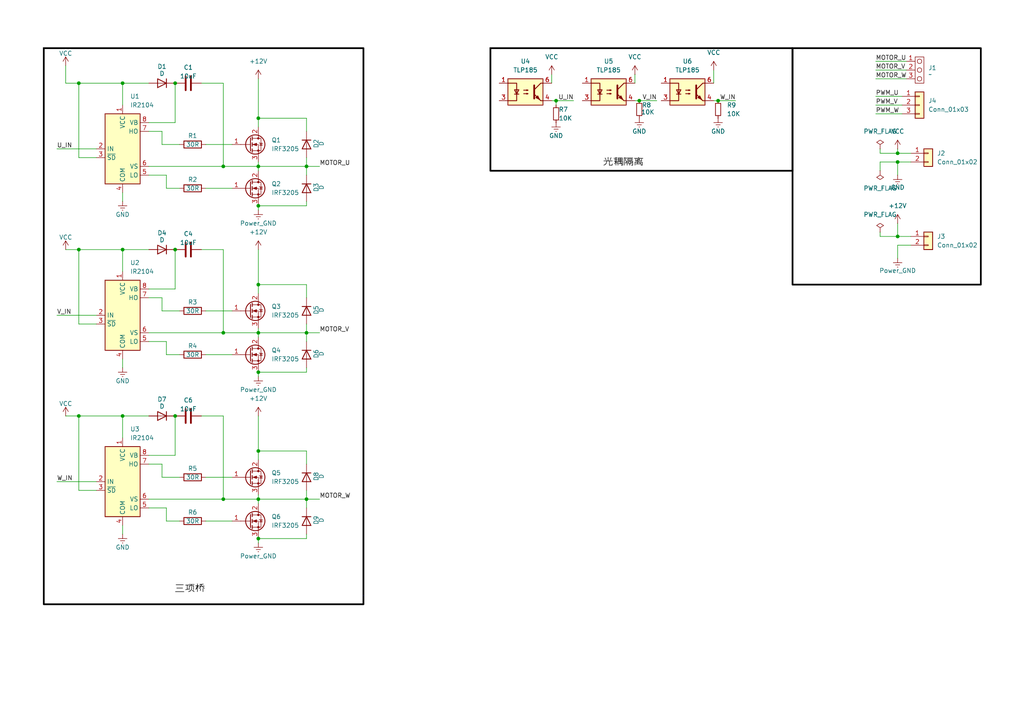
<source format=kicad_sch>
(kicad_sch (version 20231120) (generator "eeschema") (generator_version "8.0")
  (paper "A4")
  (title_block (title "三相桥") (date "2024-05-24"))
  (lib_symbols
    (symbol "Connector_Generic:Conn_01x02" (pin_names (offset 1.016) hide)
      (property "Reference" "J" (at 0 2.54 0))
      (property "Value" "Conn_01x02" (at 0 -5.08 0))
      (symbol "Conn_01x02_1_1"
        (rectangle (start -1.27 -2.413) (end 0 -2.667) (stroke (width 0.1524)))
        (rectangle (start -1.27 0.127) (end 0 -0.127) (stroke (width 0.1524)))
        (rectangle (start -1.27 1.27) (end 1.27 -3.81) (stroke (width 0.254)) (fill (type background)))
        (pin passive line (at -5.08 0 0) (length 3.81) (name "Pin_1") (number "1"))
        (pin passive line (at -5.08 -2.54 0) (length 3.81) (name "Pin_2") (number "2"))
      )
    )
    (symbol "Connector_Generic:Conn_01x03" (pin_names (offset 1.016) hide)
      (property "Reference" "J" (at 0 5.08 0))
      (property "Value" "Conn_01x03" (at 0 -5.08 0))
      (symbol "Conn_01x03_1_1"
        (rectangle (start -1.27 -2.413) (end 0 -2.667) (stroke (width 0.1524)))
        (rectangle (start -1.27 0.127) (end 0 -0.127) (stroke (width 0.1524)))
        (rectangle (start -1.27 2.667) (end 0 2.413) (stroke (width 0.1524)))
        (rectangle (start -1.27 3.81) (end 1.27 -3.81) (stroke (width 0.254)) (fill (type background)))
        (pin passive line (at -5.08 2.54 0) (length 3.81) (name "Pin_1") (number "1"))
        (pin passive line (at -5.08 0 0) (length 3.81) (name "Pin_2") (number "2"))
        (pin passive line (at -5.08 -2.54 0) (length 3.81) (name "Pin_3") (number "3"))
      )
    )
    (symbol "Device:C" (pin_numbers hide) (pin_names (offset 0.254))
      (property "Reference" "C" (at 0.635 2.54 0))
      (property "Value" "C" (at 0.635 -2.54 0))
      (symbol "C_0_1"
        (polyline (pts (xy -2.032 -0.762) (xy 2.032 -0.762)) (stroke (width 0.508)))
        (polyline (pts (xy -2.032 0.762) (xy 2.032 0.762)) (stroke (width 0.508)))
      )
      (symbol "C_1_1"
        (pin passive line (at 0 3.81 270) (length 2.794) (name "~") (number "1"))
        (pin passive line (at 0 -3.81 90) (length 2.794) (name "~") (number "2"))
      )
    )
    (symbol "Device:D" (pin_numbers hide) (pin_names (offset 1.016) hide)
      (property "Reference" "D" (at 0 2.54 0))
      (property "Value" "D" (at 0 -2.54 0))
      (symbol "D_0_1"
        (polyline (pts (xy -1.27 1.27) (xy -1.27 -1.27)) (stroke (width 0.254)))
        (polyline (pts (xy 1.27 0) (xy -1.27 0)))
        (polyline (pts (xy 1.27 1.27) (xy 1.27 -1.27) (xy -1.27 0) (xy 1.27 1.27)) (stroke (width 0.254)))
      )
      (symbol "D_1_1"
        (pin passive line (at -3.81 0 0) (length 2.54) (name "K") (number "1"))
        (pin passive line (at 3.81 0 180) (length 2.54) (name "A") (number "2"))
      )
    )
    (symbol "Device:R" (pin_numbers hide) (pin_names (offset 0))
      (property "Reference" "R" (at 2.032 0 90))
      (property "Value" "R" (at 0 0 90))
      (symbol "R_0_1"
        (rectangle (start -1.016 -2.54) (end 1.016 2.54) (stroke (width 0.254)))
      )
      (symbol "R_1_1"
        (pin passive line (at 0 3.81 270) (length 1.27) (name "~") (number "1"))
        (pin passive line (at 0 -3.81 90) (length 1.27) (name "~") (number "2"))
      )
    )
    (symbol "Device:R_Small" (pin_numbers hide) (pin_names (offset 0.254) hide)
      (property "Reference" "R" (at 0.762 0.508 0))
      (property "Value" "R_Small" (at 0.762 -1.016 0))
      (symbol "R_Small_0_1"
        (rectangle (start -0.762 1.778) (end 0.762 -1.778) (stroke (width 0.2032)))
      )
      (symbol "R_Small_1_1"
        (pin passive line (at 0 2.54 270) (length 0.762) (name "~") (number "1"))
        (pin passive line (at 0 -2.54 90) (length 0.762) (name "~") (number "2"))
      )
    )
    (symbol "Driver_FET:IR2104"
      (property "Reference" "U" (at 1.27 13.335 0))
      (property "Value" "IR2104" (at 1.27 11.43 0))
      (symbol "IR2104_0_1"
        (rectangle (start -5.08 -10.16) (end 5.08 10.16) (stroke (width 0.254)) (fill (type background)))
      )
      (symbol "IR2104_1_1"
        (pin power_in line (at 0 12.7 270) (length 2.54) (name "VCC") (number "1"))
        (pin input line (at -7.62 0 0) (length 2.54) (name "IN") (number "2"))
        (pin input line (at -7.62 -2.54 0) (length 2.54) (name "~{SD}") (number "3"))
        (pin power_in line (at 0 -12.7 90) (length 2.54) (name "COM") (number "4"))
        (pin output line (at 7.62 -7.62 180) (length 2.54) (name "LO") (number "5"))
        (pin passive line (at 7.62 -5.08 180) (length 2.54) (name "VS") (number "6"))
        (pin output line (at 7.62 5.08 180) (length 2.54) (name "HO") (number "7"))
        (pin passive line (at 7.62 7.62 180) (length 2.54) (name "VB") (number "8"))
      )
    )
    (symbol "Isolator:TLP185"
      (property "Reference" "U" (at -5.08 5.08 0))
      (property "Value" "TLP185" (at -5.08 -5.08 0))
      (symbol "TLP185_0_1"
        (rectangle (start -5.08 3.81) (end 5.08 -3.81) (stroke (width 0.254)) (fill (type background)))
        (polyline (pts (xy -3.175 -0.635) (xy -1.905 -0.635)) (stroke (width 0.254)))
        (polyline (pts (xy 2.54 1.905) (xy 2.54 -1.905) (xy 2.54 -1.905)) (stroke (width 0.508)))
        (polyline (pts (xy 5.08 -2.54) (xy 4.445 -2.54) (xy 2.54 -0.635)) (stroke (width 0.254)))
        (polyline (pts (xy 5.08 2.54) (xy 4.445 2.54) (xy 2.54 0.635)) (stroke (width 0.254)))
        (polyline (pts (xy -5.08 -2.54) (xy -2.54 -2.54) (xy -2.54 2.54) (xy -5.08 2.54)) (stroke (width 0.254)))
        (polyline (pts (xy -2.54 -0.635) (xy -3.175 0.635) (xy -1.905 0.635) (xy -2.54 -0.635)) (stroke (width 0.254)))
        (polyline (pts (xy -0.508 -0.508) (xy 0.762 -0.508) (xy 0.381 -0.635) (xy 0.381 -0.381) (xy 0.762 -0.508)) (stroke (width 0.254)))
        (polyline (pts (xy -0.508 0.508) (xy 0.762 0.508) (xy 0.381 0.381) (xy 0.381 0.635) (xy 0.762 0.508)) (stroke (width 0.254)))
        (polyline (pts (xy 3.048 -1.651) (xy 3.556 -1.143) (xy 4.064 -2.159) (xy 3.048 -1.651) (xy 3.048 -1.651)) (stroke (width 0.254)) (fill (type outline)))
      )
      (symbol "TLP185_1_1"
        (pin passive line (at -7.62 2.54 0) (length 2.54) (name "~") (number "1"))
        (pin passive line (at -7.62 -2.54 0) (length 2.54) (name "~") (number "3"))
        (pin passive line (at 7.62 -2.54 180) (length 2.54) (name "~") (number "4"))
        (pin passive line (at 7.62 2.54 180) (length 2.54) (name "~") (number "6"))
      )
    )
    (symbol "Transistor_FET:IRF3205" (pin_names hide)
      (property "Reference" "Q" (at 5.08 1.905 0))
      (property "Value" "IRF3205" (at 5.08 0 0))
      (symbol "IRF3205_0_1"
        (polyline (pts (xy 0.254 0) (xy -2.54 0)))
        (polyline (pts (xy 0.254 1.905) (xy 0.254 -1.905)) (stroke (width 0.254)))
        (polyline (pts (xy 0.762 -1.27) (xy 0.762 -2.286)) (stroke (width 0.254)))
        (polyline (pts (xy 0.762 0.508) (xy 0.762 -0.508)) (stroke (width 0.254)))
        (polyline (pts (xy 0.762 2.286) (xy 0.762 1.27)) (stroke (width 0.254)))
        (polyline (pts (xy 2.54 2.54) (xy 2.54 1.778)))
        (polyline (pts (xy 2.54 -2.54) (xy 2.54 0) (xy 0.762 0)))
        (polyline (pts (xy 0.762 -1.778) (xy 3.302 -1.778) (xy 3.302 1.778) (xy 0.762 1.778)))
        (polyline (pts (xy 1.016 0) (xy 2.032 0.381) (xy 2.032 -0.381) (xy 1.016 0)) (fill (type outline)))
        (polyline (pts (xy 2.794 0.508) (xy 2.921 0.381) (xy 3.683 0.381) (xy 3.81 0.254)))
        (polyline (pts (xy 3.302 0.381) (xy 2.921 -0.254) (xy 3.683 -0.254) (xy 3.302 0.381)))
        (circle (center 1.651 0) (radius 2.794) (stroke (width 0.254)))
        (circle (center 2.54 -1.778) (radius 0.254) (fill (type outline)))
        (circle (center 2.54 1.778) (radius 0.254) (fill (type outline)))
      )
      (symbol "IRF3205_1_1"
        (pin input line (at -5.08 0 0) (length 2.54) (name "G") (number "1"))
        (pin passive line (at 2.54 5.08 270) (length 2.54) (name "D") (number "2"))
        (pin passive line (at 2.54 -5.08 90) (length 2.54) (name "S") (number "3"))
      )
    )
    (symbol "myconnect_Library:conn_3.5mm_3pin"
      (property "Reference" "J" (at 1.27 4.826 0))
      (symbol "conn_3.5mm_3pin_0_1"
        (rectangle (start 0 3.81) (end 2.54 -3.81))
        (circle (center 1.27 -2.54) (radius 0.6476))
        (circle (center 1.27 0) (radius 0.6476))
        (circle (center 1.27 2.54) (radius 0.6476))
      )
      (symbol "conn_3.5mm_3pin_1_1"
        (pin passive line (at -2.54 2.54 0) (length 2.54) (name "~") (number "1"))
        (pin passive line (at -2.54 0 0) (length 2.54) (name "~") (number "2"))
        (pin passive line (at -2.54 -2.54 0) (length 2.54) (name "~") (number "3"))
      )
    )
    (symbol "power:+12V" (power) (pin_numbers hide) (pin_names (offset 0) hide)
      (property "Value" "+12V" (at 0 3.556 0))
      (symbol "+12V_0_1"
        (polyline (pts (xy -0.762 1.27) (xy 0 2.54)))
        (polyline (pts (xy 0 0) (xy 0 2.54)))
        (polyline (pts (xy 0 2.54) (xy 0.762 1.27)))
      )
      (symbol "+12V_1_1"
        (pin power_in line (at 0 0 90) (length 0) (name "~") (number "1"))
      )
    )
    (symbol "power:Earth" (power) (pin_numbers hide) (pin_names (offset 0) hide)
      (property "Value" "Earth" (at 0 -3.81 0))
      (symbol "Earth_0_1"
        (polyline (pts (xy -0.635 -1.905) (xy 0.635 -1.905)))
        (polyline (pts (xy -0.127 -2.54) (xy 0.127 -2.54)))
        (polyline (pts (xy 0 -1.27) (xy 0 0)))
        (polyline (pts (xy 1.27 -1.27) (xy -1.27 -1.27)))
      )
      (symbol "Earth_1_1"
        (pin power_in line (at 0 0 270) (length 0) (name "~") (number "1"))
      )
    )
    (symbol "power:PWR_FLAG" (power) (pin_numbers hide) (pin_names (offset 0) hide)
      (property "Value" "PWR_FLAG" (at 0 3.81 0))
      (symbol "PWR_FLAG_0_0"
        (pin power_out line (at 0 0 90) (length 0) (name "~") (number "1"))
      )
      (symbol "PWR_FLAG_0_1"
        (polyline (pts (xy 0 0) (xy 0 1.27) (xy -1.016 1.905) (xy 0 2.54) (xy 1.016 1.905) (xy 0 1.27)))
      )
    )
    (symbol "power:VCC" (power) (pin_numbers hide) (pin_names (offset 0) hide)
      (property "Value" "VCC" (at 0 3.556 0))
      (symbol "VCC_0_1"
        (polyline (pts (xy -0.762 1.27) (xy 0 2.54)))
        (polyline (pts (xy 0 0) (xy 0 2.54)))
        (polyline (pts (xy 0 2.54) (xy 0.762 1.27)))
      )
      (symbol "VCC_1_1"
        (pin power_in line (at 0 0 90) (length 0) (name "~") (number "1"))
      )
    )
  )
  (junction (at 22.86 120.65))
  (junction (at 22.86 72.39))
  (junction (at 74.93 130.81))
  (junction (at 50.8 72.39))
  (junction (at 74.93 96.52))
  (junction (at 50.8 24.13))
  (junction (at 35.56 24.13))
  (junction (at 260.35 46.99))
  (junction (at 74.93 107.95))
  (junction (at 64.77 48.26))
  (junction (at 88.9 96.52))
  (junction (at 208.28 29.21))
  (junction (at 74.93 156.21))
  (junction (at 74.93 59.69))
  (junction (at 260.35 68.58))
  (junction (at 74.93 82.55))
  (junction (at 35.56 120.65))
  (junction (at 22.86 24.13))
  (junction (at 64.77 96.52))
  (junction (at 185.42 29.21))
  (junction (at 88.9 48.26))
  (junction (at 88.9 144.78))
  (junction (at 74.93 48.26))
  (junction (at 161.29 29.21))
  (junction (at 260.35 44.45))
  (junction (at 35.56 72.39))
  (junction (at 50.8 120.65))
  (junction (at 74.93 34.29))
  (junction (at 64.77 144.78))
  (junction (at 74.93 144.78))
  (wire (pts (xy 88.9 134.62) (xy 88.9 130.81)))
  (wire (pts (xy 48.26 50.8) (xy 43.18 50.8)))
  (wire (pts (xy 59.69 151.13) (xy 67.31 151.13)))
  (wire (pts (xy 74.93 48.26) (xy 74.93 49.53)))
  (wire (pts (xy 254 17.78) (xy 262.89 17.78)))
  (wire (pts (xy 43.18 96.52) (xy 64.77 96.52)))
  (wire (pts (xy 50.8 132.08) (xy 50.8 120.65)))
  (wire (pts (xy 88.9 96.52) (xy 88.9 93.98)))
  (wire (pts (xy 46.99 38.1) (xy 46.99 41.91)))
  (wire (pts (xy 43.18 144.78) (xy 64.77 144.78)))
  (wire (pts (xy 254 30.48) (xy 261.62 30.48)))
  (wire (pts (xy 88.9 48.26) (xy 88.9 45.72)))
  (wire (pts (xy 88.9 144.78) (xy 88.9 142.24)))
  (wire (pts (xy 48.26 54.61) (xy 48.26 50.8)))
  (wire (pts (xy 48.26 147.32) (xy 43.18 147.32)))
  (wire (pts (xy 88.9 144.78) (xy 88.9 147.32)))
  (wire (pts (xy 74.93 22.86) (xy 74.93 34.29)))
  (wire (pts (xy 74.93 96.52) (xy 74.93 97.79)))
  (wire (pts (xy 43.18 48.26) (xy 64.77 48.26)))
  (wire (pts (xy 88.9 86.36) (xy 88.9 82.55)))
  (wire (pts (xy 74.93 72.39) (xy 74.93 82.55)))
  (wire (pts (xy 74.93 157.48) (xy 74.93 156.21)))
  (wire (pts (xy 27.94 142.24) (xy 22.86 142.24)))
  (wire (pts (xy 22.86 24.13) (xy 35.56 24.13)))
  (wire (pts (xy 260.35 71.12) (xy 264.16 71.12)))
  (wire (pts (xy 74.93 120.65) (xy 74.93 130.81)))
  (wire (pts (xy 74.93 60.96) (xy 74.93 59.69)))
  (wire (pts (xy 74.93 82.55) (xy 74.93 85.09)))
  (wire (pts (xy 161.29 29.21) (xy 166.37 29.21)))
  (wire (pts (xy 35.56 72.39) (xy 43.18 72.39)))
  (wire (pts (xy 88.9 96.52) (xy 92.71 96.52)))
  (wire (pts (xy 74.93 107.95) (xy 88.9 107.95)))
  (wire (pts (xy 254 33.02) (xy 261.62 33.02)))
  (wire (pts (xy 35.56 78.74) (xy 35.56 72.39)))
  (wire (pts (xy 88.9 38.1) (xy 88.9 34.29)))
  (wire (pts (xy 46.99 138.43) (xy 52.07 138.43)))
  (wire (pts (xy 59.69 90.17) (xy 67.31 90.17)))
  (wire (pts (xy 58.42 24.13) (xy 64.77 24.13)))
  (wire (pts (xy 208.28 29.21) (xy 213.36 29.21)))
  (wire (pts (xy 260.35 44.45) (xy 260.35 43.18)))
  (wire (pts (xy 254 27.94) (xy 261.62 27.94)))
  (wire (pts (xy 160.02 29.21) (xy 161.29 29.21)))
  (wire (pts (xy 22.86 93.98) (xy 22.86 72.39)))
  (wire (pts (xy 59.69 102.87) (xy 67.31 102.87)))
  (wire (pts (xy 74.93 109.22) (xy 74.93 107.95)))
  (wire (pts (xy 50.8 35.56) (xy 50.8 24.13)))
  (wire (pts (xy 64.77 120.65) (xy 64.77 144.78)))
  (wire (pts (xy 260.35 71.12) (xy 260.35 74.93)))
  (wire (pts (xy 22.86 45.72) (xy 22.86 24.13)))
  (wire (pts (xy 88.9 34.29) (xy 74.93 34.29)))
  (wire (pts (xy 22.86 142.24) (xy 22.86 120.65)))
  (wire (pts (xy 59.69 138.43) (xy 67.31 138.43)))
  (wire (pts (xy 19.05 72.39) (xy 22.86 72.39)))
  (wire (pts (xy 184.15 29.21) (xy 185.42 29.21)))
  (wire (pts (xy 48.26 99.06) (xy 43.18 99.06)))
  (wire (pts (xy 88.9 96.52) (xy 88.9 99.06)))
  (wire (pts (xy 58.42 72.39) (xy 64.77 72.39)))
  (wire (pts (xy 35.56 127) (xy 35.56 120.65)))
  (wire (pts (xy 74.93 156.21) (xy 88.9 156.21)))
  (wire (pts (xy 74.93 144.78) (xy 88.9 144.78)))
  (wire (pts (xy 43.18 134.62) (xy 46.99 134.62)))
  (wire (pts (xy 207.01 29.21) (xy 208.28 29.21)))
  (wire (pts (xy 184.15 21.59) (xy 184.15 24.13)))
  (wire (pts (xy 46.99 41.91) (xy 52.07 41.91)))
  (wire (pts (xy 88.9 144.78) (xy 92.71 144.78)))
  (wire (pts (xy 16.51 43.18) (xy 27.94 43.18)))
  (wire (pts (xy 59.69 54.61) (xy 67.31 54.61)))
  (wire (pts (xy 255.27 46.99) (xy 260.35 46.99)))
  (wire (pts (xy 207.01 20.32) (xy 207.01 24.13)))
  (wire (pts (xy 88.9 82.55) (xy 74.93 82.55)))
  (wire (pts (xy 255.27 43.18) (xy 255.27 44.45)))
  (wire (pts (xy 43.18 83.82) (xy 50.8 83.82)))
  (wire (pts (xy 27.94 93.98) (xy 22.86 93.98)))
  (wire (pts (xy 46.99 134.62) (xy 46.99 138.43)))
  (wire (pts (xy 48.26 102.87) (xy 48.26 99.06)))
  (wire (pts (xy 255.27 68.58) (xy 260.35 68.58)))
  (wire (pts (xy 35.56 30.48) (xy 35.56 24.13)))
  (wire (pts (xy 59.69 41.91) (xy 67.31 41.91)))
  (wire (pts (xy 260.35 44.45) (xy 264.16 44.45)))
  (wire (pts (xy 19.05 24.13) (xy 22.86 24.13)))
  (wire (pts (xy 35.56 152.4) (xy 35.56 154.94)))
  (wire (pts (xy 64.77 48.26) (xy 74.93 48.26)))
  (wire (pts (xy 64.77 144.78) (xy 74.93 144.78)))
  (wire (pts (xy 88.9 48.26) (xy 92.71 48.26)))
  (wire (pts (xy 160.02 21.59) (xy 160.02 24.13)))
  (wire (pts (xy 46.99 90.17) (xy 52.07 90.17)))
  (wire (pts (xy 255.27 67.31) (xy 255.27 68.58)))
  (wire (pts (xy 74.93 46.99) (xy 74.93 48.26)))
  (wire (pts (xy 88.9 106.68) (xy 88.9 107.95)))
  (wire (pts (xy 22.86 120.65) (xy 35.56 120.65)))
  (wire (pts (xy 46.99 86.36) (xy 46.99 90.17)))
  (wire (pts (xy 254 22.86) (xy 262.89 22.86)))
  (wire (pts (xy 35.56 104.14) (xy 35.56 106.68)))
  (wire (pts (xy 35.56 24.13) (xy 43.18 24.13)))
  (wire (pts (xy 161.29 30.48) (xy 161.29 29.21)))
  (wire (pts (xy 22.86 72.39) (xy 35.56 72.39)))
  (wire (pts (xy 74.93 130.81) (xy 74.93 133.35)))
  (wire (pts (xy 255.27 44.45) (xy 260.35 44.45)))
  (wire (pts (xy 43.18 86.36) (xy 46.99 86.36)))
  (wire (pts (xy 52.07 151.13) (xy 48.26 151.13)))
  (wire (pts (xy 260.35 46.99) (xy 264.16 46.99)))
  (wire (pts (xy 43.18 132.08) (xy 50.8 132.08)))
  (wire (pts (xy 74.93 95.25) (xy 74.93 96.52)))
  (wire (pts (xy 27.94 45.72) (xy 22.86 45.72)))
  (wire (pts (xy 48.26 151.13) (xy 48.26 147.32)))
  (wire (pts (xy 16.51 139.7) (xy 27.94 139.7)))
  (wire (pts (xy 19.05 19.05) (xy 19.05 24.13)))
  (wire (pts (xy 43.18 38.1) (xy 46.99 38.1)))
  (wire (pts (xy 255.27 49.53) (xy 255.27 46.99)))
  (wire (pts (xy 260.35 68.58) (xy 264.16 68.58)))
  (wire (pts (xy 260.35 46.99) (xy 260.35 50.8)))
  (wire (pts (xy 74.93 48.26) (xy 88.9 48.26)))
  (wire (pts (xy 19.05 120.65) (xy 22.86 120.65)))
  (wire (pts (xy 74.93 144.78) (xy 74.93 146.05)))
  (wire (pts (xy 35.56 120.65) (xy 43.18 120.65)))
  (wire (pts (xy 58.42 120.65) (xy 64.77 120.65)))
  (wire (pts (xy 88.9 154.94) (xy 88.9 156.21)))
  (wire (pts (xy 64.77 72.39) (xy 64.77 96.52)))
  (wire (pts (xy 74.93 34.29) (xy 74.93 36.83)))
  (wire (pts (xy 52.07 102.87) (xy 48.26 102.87)))
  (wire (pts (xy 88.9 58.42) (xy 88.9 59.69)))
  (wire (pts (xy 43.18 35.56) (xy 50.8 35.56)))
  (wire (pts (xy 185.42 29.21) (xy 190.5 29.21)))
  (wire (pts (xy 74.93 59.69) (xy 88.9 59.69)))
  (wire (pts (xy 35.56 55.88) (xy 35.56 58.42)))
  (wire (pts (xy 52.07 54.61) (xy 48.26 54.61)))
  (wire (pts (xy 16.51 91.44) (xy 27.94 91.44)))
  (wire (pts (xy 64.77 24.13) (xy 64.77 48.26)))
  (wire (pts (xy 74.93 96.52) (xy 88.9 96.52)))
  (wire (pts (xy 254 20.32) (xy 262.89 20.32)))
  (wire (pts (xy 64.77 96.52) (xy 74.93 96.52)))
  (wire (pts (xy 88.9 48.26) (xy 88.9 50.8)))
  (wire (pts (xy 50.8 83.82) (xy 50.8 72.39)))
  (wire (pts (xy 74.93 143.51) (xy 74.93 144.78)))
  (wire (pts (xy 88.9 130.81) (xy 74.93 130.81)))
  (wire (pts (xy 260.35 64.77) (xy 260.35 68.58)))
  (rectangle (start 229.87 13.97) (end 284.48 82.55) (stroke (width 0.5) (color 0 0 0 1)))
  (rectangle (start 12.7 13.97) (end 105.41 175.26) (stroke (width 0.5) (color 0 0 0 1)))
  (rectangle (start 105.41 172.72) (end 105.41 172.72))
  (rectangle (start 142.24 13.97) (end 229.87 49.53) (stroke (width 0.5) (color 0 0 0 1)))
  (text "光耦隔离" (at 180.848 47.244 0) (effects (font (size 2 2))))
  (text "三项桥" (at 55.118 170.942 0) (effects (font (size 2 2))))
  (label "MOTOR_V" (at 92.71 96.52 0))
  (label "W_IN" (at 16.51 139.7 0))
  (label "PWM_U" (at 254 27.94 0))
  (label "MOTOR_W" (at 92.71 144.78 0))
  (label "V_IN" (at 190.5 29.21 180))
  (label "W_IN" (at 213.36 29.21 180))
  (label "PWM_W" (at 254 33.02 0))
  (label "MOTOR_U" (at 92.71 48.26 0))
  (label "PWM_V" (at 254 30.48 0))
  (label "MOTOR_W" (at 254 22.86 0))
  (label "MOTOR_U" (at 254 17.78 0))
  (label "MOTOR_V" (at 254 20.32 0))
  (label "U_IN" (at 166.37 29.21 180))
  (label "U_IN" (at 16.51 43.18 0))
  (label "V_IN" (at 16.51 91.44 0))
  (symbol (lib_id "power:+12V") (at 74.93 72.39 0) (unit 1)
    (property "Reference" "#PWR09" (effects (hide yes)))
    (property "Value" "+12V" (at 74.93 67.31 0))
    (property "Description" "Power symbol creates a global label with name \"+12V\"" (effects (hide yes)))
  )
  (symbol (lib_id "Device:D") (at 88.9 151.13 270) (unit 1)
    (property "Reference" "D9" (at 91.694 150.876 0))
    (property "Value" "D" (at 93.218 150.876 0))
    (property "Footprint" "Diode_SMD:D_0603_1608Metric_Pad1.05x0.95mm_HandSolder" (effects (hide yes)))
    (property "Description" "Diode" (effects (hide yes)))
    (property "Sim.Device" "D" (effects (hide yes)))
    (property "Sim.Pins" "1=K 2=A" (effects (hide yes)))
  )
  (symbol (lib_id "Device:R") (at 55.88 138.43 90) (unit 1)
    (property "Reference" "R5" (at 55.88 135.89 90))
    (property "Value" "30R" (at 55.88 138.43 90))
    (property "Footprint" "Resistor_SMD:R_0603_1608Metric" (effects (hide yes)))
    (property "Description" "Resistor" (effects (hide yes)))
  )
  (symbol (lib_id "power:+12V") (at 260.35 64.77 0) (unit 1)
    (property "Reference" "#PWR02" (effects (hide yes)))
    (property "Value" "+12V" (at 260.35 59.69 0))
    (property "Description" "Power symbol creates a global label with name \"+12V\"" (effects (hide yes)))
  )
  (symbol (lib_id "Driver_FET:IR2104") (at 35.56 43.18 0) (unit 1)
    (property "Reference" "U1" (at 37.7541 27.94 0) (effects (justify left)))
    (property "Value" "IR2104" (at 37.7541 30.48 0) (effects (justify left)))
    (property "Footprint" "Package_SO:SOIC-8_3.9x4.9mm_P1.27mm" (effects (hide yes)))
    (property "Datasheet" "https://www.infineon.com/dgdl/ir2104.pdf?fileId=5546d462533600a4015355c7c1c31671" (effects (hide yes)))
    (property "Description" "Half-Bridge Driver, 600V, 210/360mA, PDIP-8/SOIC-8" (effects (hide yes)))
  )
  (symbol (lib_id "power:VCC") (at 19.05 19.05 0) (unit 1)
    (property "Reference" "#PWR03" (effects (hide yes)))
    (property "Value" "VCC" (at 19.05 15.494 0))
    (property "Description" "Power symbol creates a global label with name \"VCC\"" (effects (hide yes)))
  )
  (symbol (lib_id "power:VCC") (at 160.02 21.59 0) (unit 1)
    (property "Reference" "#PWR012" (effects (hide yes)))
    (property "Value" "VCC" (at 160.02 16.51 0))
    (property "Description" "Power symbol creates a global label with name \"VCC\"" (effects (hide yes)))
  )
  (symbol (lib_id "power:+12V") (at 74.93 120.65 0) (unit 1)
    (property "Reference" "#PWR014" (effects (hide yes)))
    (property "Value" "+12V" (at 74.93 115.57 0))
    (property "Description" "Power symbol creates a global label with name \"+12V\"" (effects (hide yes)))
  )
  (symbol (lib_id "power:VCC") (at 207.01 20.32 0) (unit 1)
    (property "Reference" "#PWR019" (effects (hide yes)))
    (property "Value" "VCC" (at 207.01 15.24 0))
    (property "Description" "Power symbol creates a global label with name \"VCC\"" (effects (hide yes)))
  )
  (symbol (lib_id "Device:D") (at 46.99 72.39 180) (unit 1)
    (property "Reference" "D4" (at 46.99 67.564 0))
    (property "Value" "D" (at 46.99 69.596 0))
    (property "Footprint" "Diode_SMD:D_0603_1608Metric_Pad1.05x0.95mm_HandSolder" (effects (hide yes)))
    (property "Description" "Diode" (effects (hide yes)))
    (property "Sim.Device" "D" (effects (hide yes)))
    (property "Sim.Pins" "1=K 2=A" (effects (hide yes)))
  )
  (symbol (lib_id "Device:R") (at 55.88 54.61 90) (unit 1)
    (property "Reference" "R2" (at 55.88 52.07 90))
    (property "Value" "30R" (at 55.88 54.61 90))
    (property "Footprint" "Resistor_SMD:R_0603_1608Metric" (effects (hide yes)))
    (property "Description" "Resistor" (effects (hide yes)))
  )
  (symbol (lib_id "power:PWR_FLAG") (at 255.27 49.53 180) (unit 1)
    (property "Reference" "#FLG02" (effects (hide yes)))
    (property "Value" "PWR_FLAG" (at 255.27 54.61 0))
    (property "Description" "Special symbol for telling ERC where power comes from" (effects (hide yes)))
  )
  (symbol (lib_id "Transistor_FET:IRF3205") (at 72.39 90.17 0) (unit 1)
    (property "Reference" "Q3" (at 78.74 88.8999 0) (effects (justify left)))
    (property "Value" "IRF3205" (at 78.74 91.4399 0) (effects (justify left)))
    (property "Footprint" "Package_TO_SOT_SMD:TO-263-2" (effects (hide yes)))
    (property "Datasheet" "http://www.irf.com/product-info/datasheets/data/irf3205.pdf" (effects (hide yes)))
    (property "Description" "110A Id, 55V Vds, Single N-Channel HEXFET Power MOSFET, 8mOhm Ron, TO-220AB" (effects (hide yes)))
  )
  (symbol (lib_id "power:Earth") (at 74.93 157.48 0) (unit 1)
    (property "Reference" "#PWR015" (effects (hide yes)))
    (property "Value" "Power_GND" (at 74.93 161.29 0))
    (property "Description" "Power symbol creates a global label with name \"Earth\"" (effects (hide yes)))
  )
  (symbol (lib_id "power:+12V") (at 74.93 22.86 0) (unit 1)
    (property "Reference" "#PWR04" (effects (hide yes)))
    (property "Value" "+12V" (at 74.93 17.78 0))
    (property "Description" "Power symbol creates a global label with name \"+12V\"" (effects (hide yes)))
  )
  (symbol (lib_id "Device:C") (at 54.61 72.39 270) (unit 1)
    (property "Reference" "C4" (at 54.61 67.818 90))
    (property "Value" "10uF" (at 54.61 70.358 90))
    (property "Footprint" "Capacitor_SMD:C_0603_1608Metric" (effects (hide yes)))
    (property "Description" "Unpolarized capacitor" (effects (hide yes)))
  )
  (symbol (lib_id "Device:R") (at 55.88 90.17 90) (unit 1)
    (property "Reference" "R3" (at 55.88 87.63 90))
    (property "Value" "30R" (at 55.88 90.17 90))
    (property "Footprint" "Resistor_SMD:R_0603_1608Metric" (effects (hide yes)))
    (property "Description" "Resistor" (effects (hide yes)))
  )
  (symbol (lib_id "power:Earth") (at 208.28 34.29 0) (unit 1)
    (property "Reference" "#PWR022" (effects (hide yes)))
    (property "Value" "GND" (at 208.28 38.1 0))
    (property "Description" "Power symbol creates a global label with name \"Earth\"" (effects (hide yes)))
  )
  (symbol (lib_id "power:VCC") (at 260.35 43.18 0) (unit 1)
    (property "Reference" "#PWR016" (effects (hide yes)))
    (property "Value" "VCC" (at 260.35 38.1 0))
    (property "Description" "Power symbol creates a global label with name \"VCC\"" (effects (hide yes)))
  )
  (symbol (lib_id "power:PWR_FLAG") (at 255.27 43.18 0) (unit 1)
    (property "Reference" "#FLG01" (effects (hide yes)))
    (property "Value" "PWR_FLAG" (at 255.27 38.1 0))
    (property "Description" "Special symbol for telling ERC where power comes from" (effects (hide yes)))
  )
  (symbol (lib_id "Device:D") (at 88.9 90.17 270) (unit 1)
    (property "Reference" "D5" (at 91.694 89.916 0))
    (property "Value" "D" (at 93.218 89.916 0))
    (property "Footprint" "Diode_SMD:D_0603_1608Metric_Pad1.05x0.95mm_HandSolder" (effects (hide yes)))
    (property "Description" "Diode" (effects (hide yes)))
    (property "Sim.Device" "D" (effects (hide yes)))
    (property "Sim.Pins" "1=K 2=A" (effects (hide yes)))
  )
  (symbol (lib_id "power:Earth") (at 35.56 58.42 0) (unit 1)
    (property "Reference" "#PWR01" (effects (hide yes)))
    (property "Value" "GND" (at 35.56 62.23 0))
    (property "Description" "Power symbol creates a global label with name \"Earth\"" (effects (hide yes)))
  )
  (symbol (lib_id "Device:D") (at 88.9 54.61 270) (unit 1)
    (property "Reference" "D3" (at 91.694 54.356 0))
    (property "Value" "D" (at 93.218 54.356 0))
    (property "Footprint" "Diode_SMD:D_0603_1608Metric_Pad1.05x0.95mm_HandSolder" (effects (hide yes)))
    (property "Description" "Diode" (effects (hide yes)))
    (property "Sim.Device" "D" (effects (hide yes)))
    (property "Sim.Pins" "1=K 2=A" (effects (hide yes)))
  )
  (symbol (lib_id "Connector_Generic:Conn_01x02") (at 269.24 68.58 0) (unit 1)
    (property "Reference" "J3" (at 271.78 68.5799 0) (effects (justify left)))
    (property "Value" "Conn_01x02" (at 271.78 71.1199 0) (effects (justify left)))
    (property "Footprint" "TerminalBlock_Phoenix:TerminalBlock_Phoenix_MPT-0,5-2-2.54_1x02_P2.54mm_Horizontal" (effects (hide yes)))
    (property "Description" "Generic connector, single row, 01x02, script generated (kicad-library-utils/schlib/autogen/connector/)" (effects (hide yes)))
  )
  (symbol (lib_id "Driver_FET:IR2104") (at 35.56 139.7 0) (unit 1)
    (property "Reference" "U3" (at 37.7541 124.46 0) (effects (justify left)))
    (property "Value" "IR2104" (at 37.7541 127 0) (effects (justify left)))
    (property "Footprint" "Package_SO:SOIC-8_3.9x4.9mm_P1.27mm" (effects (hide yes)))
    (property "Datasheet" "https://www.infineon.com/dgdl/ir2104.pdf?fileId=5546d462533600a4015355c7c1c31671" (effects (hide yes)))
    (property "Description" "Half-Bridge Driver, 600V, 210/360mA, PDIP-8/SOIC-8" (effects (hide yes)))
  )
  (symbol (lib_id "power:Earth") (at 74.93 109.22 0) (unit 1)
    (property "Reference" "#PWR010" (effects (hide yes)))
    (property "Value" "Power_GND" (at 74.93 113.03 0))
    (property "Description" "Power symbol creates a global label with name \"Earth\"" (effects (hide yes)))
  )
  (symbol (lib_id "Transistor_FET:IRF3205") (at 72.39 41.91 0) (unit 1)
    (property "Reference" "Q1" (at 78.74 40.6399 0) (effects (justify left)))
    (property "Value" "IRF3205" (at 78.74 43.1799 0) (effects (justify left)))
    (property "Footprint" "Package_TO_SOT_SMD:TO-263-2" (effects (hide yes)))
    (property "Datasheet" "http://www.irf.com/product-info/datasheets/data/irf3205.pdf" (effects (hide yes)))
    (property "Description" "110A Id, 55V Vds, Single N-Channel HEXFET Power MOSFET, 8mOhm Ron, TO-220AB" (effects (hide yes)))
  )
  (symbol (lib_id "Device:D") (at 88.9 41.91 270) (unit 1)
    (property "Reference" "D2" (at 91.694 41.656 0))
    (property "Value" "D" (at 93.218 41.656 0))
    (property "Footprint" "Diode_SMD:D_0603_1608Metric_Pad1.05x0.95mm_HandSolder" (effects (hide yes)))
    (property "Description" "Diode" (effects (hide yes)))
    (property "Sim.Device" "D" (effects (hide yes)))
    (property "Sim.Pins" "1=K 2=A" (effects (hide yes)))
  )
  (symbol (lib_id "Isolator:TLP185") (at 176.53 26.67 0) (unit 1)
    (property "Reference" "U5" (at 176.53 17.78 0))
    (property "Value" "TLP185" (at 176.53 20.32 0))
    (property "Footprint" "Package_SO:SOIC-4_4.55x3.7mm_P2.54mm" (effects (hide yes)))
    (property "Datasheet" "https://toshiba.semicon-storage.com/info/docget.jsp?did=11791&prodName=TLP185" (effects (hide yes)))
    (property "Description" "DC Optocoupler, Vce 80V, CTR 50-100%, MFSOP6" (effects (hide yes)))
  )
  (symbol (lib_id "Transistor_FET:IRF3205") (at 72.39 138.43 0) (unit 1)
    (property "Reference" "Q5" (at 78.74 137.1599 0) (effects (justify left)))
    (property "Value" "IRF3205" (at 78.74 139.6999 0) (effects (justify left)))
    (property "Footprint" "Package_TO_SOT_SMD:TO-263-2" (effects (hide yes)))
    (property "Datasheet" "http://www.irf.com/product-info/datasheets/data/irf3205.pdf" (effects (hide yes)))
    (property "Description" "110A Id, 55V Vds, Single N-Channel HEXFET Power MOSFET, 8mOhm Ron, TO-220AB" (effects (hide yes)))
  )
  (symbol (lib_id "power:PWR_FLAG") (at 255.27 67.31 0) (unit 1)
    (property "Reference" "#FLG04" (effects (hide yes)))
    (property "Value" "PWR_FLAG" (at 255.27 62.23 0))
    (property "Description" "Special symbol for telling ERC where power comes from" (effects (hide yes)))
  )
  (symbol (lib_id "myconnect_Library:conn_3.5mm_3pin") (at 265.43 20.32 0) (unit 1)
    (property "Reference" "J1" (at 269.24 19.6849 0) (effects (justify left)))
    (property "Value" "~" (at 269.24 21.59 0) (effects (justify left)))
    (property "Footprint" "TerminalBlock_Phoenix:TerminalBlock_Phoenix_MPT-0,5-3-2.54_1x03_P2.54mm_Horizontal" (effects (hide yes)))
  )
  (symbol (lib_id "Connector_Generic:Conn_01x03") (at 266.7 30.48 0) (unit 1)
    (property "Reference" "J4" (at 269.24 29.2099 0) (effects (justify left)))
    (property "Value" "Conn_01x03" (at 269.24 31.7499 0) (effects (justify left)))
    (property "Footprint" "Connector_PinHeader_2.54mm:PinHeader_1x03_P2.54mm_Vertical" (effects (hide yes)))
    (property "Description" "Generic connector, single row, 01x03, script generated (kicad-library-utils/schlib/autogen/connector/)" (effects (hide yes)))
  )
  (symbol (lib_id "Device:C") (at 54.61 120.65 270) (unit 1)
    (property "Reference" "C6" (at 54.61 116.078 90))
    (property "Value" "10uF" (at 54.61 118.618 90))
    (property "Footprint" "Capacitor_SMD:C_0603_1608Metric" (effects (hide yes)))
    (property "Description" "Unpolarized capacitor" (effects (hide yes)))
  )
  (symbol (lib_id "Transistor_FET:IRF3205") (at 72.39 54.61 0) (unit 1)
    (property "Reference" "Q2" (at 78.74 53.3399 0) (effects (justify left)))
    (property "Value" "IRF3205" (at 78.74 55.8799 0) (effects (justify left)))
    (property "Footprint" "Package_TO_SOT_SMD:TO-263-2" (effects (hide yes)))
    (property "Datasheet" "http://www.irf.com/product-info/datasheets/data/irf3205.pdf" (effects (hide yes)))
    (property "Description" "110A Id, 55V Vds, Single N-Channel HEXFET Power MOSFET, 8mOhm Ron, TO-220AB" (effects (hide yes)))
  )
  (symbol (lib_id "Device:D") (at 46.99 120.65 180) (unit 1)
    (property "Reference" "D7" (at 46.99 115.824 0))
    (property "Value" "D" (at 46.99 117.856 0))
    (property "Footprint" "Diode_SMD:D_0603_1608Metric_Pad1.05x0.95mm_HandSolder" (effects (hide yes)))
    (property "Description" "Diode" (effects (hide yes)))
    (property "Sim.Device" "D" (effects (hide yes)))
    (property "Sim.Pins" "1=K 2=A" (effects (hide yes)))
  )
  (symbol (lib_id "Device:R") (at 55.88 41.91 90) (unit 1)
    (property "Reference" "R1" (at 55.88 39.37 90))
    (property "Value" "30R" (at 55.88 41.91 90))
    (property "Footprint" "Resistor_SMD:R_0603_1608Metric" (effects (hide yes)))
    (property "Description" "Resistor" (effects (hide yes)))
  )
  (symbol (lib_id "Device:R") (at 55.88 102.87 90) (unit 1)
    (property "Reference" "R4" (at 55.88 100.33 90))
    (property "Value" "30R" (at 55.88 102.87 90))
    (property "Footprint" "Resistor_SMD:R_0603_1608Metric" (effects (hide yes)))
    (property "Description" "Resistor" (effects (hide yes)))
  )
  (symbol (lib_id "Transistor_FET:IRF3205") (at 72.39 151.13 0) (unit 1)
    (property "Reference" "Q6" (at 78.74 149.8599 0) (effects (justify left)))
    (property "Value" "IRF3205" (at 78.74 152.3999 0) (effects (justify left)))
    (property "Footprint" "Package_TO_SOT_SMD:TO-263-2" (effects (hide yes)))
    (property "Datasheet" "http://www.irf.com/product-info/datasheets/data/irf3205.pdf" (effects (hide yes)))
    (property "Description" "110A Id, 55V Vds, Single N-Channel HEXFET Power MOSFET, 8mOhm Ron, TO-220AB" (effects (hide yes)))
  )
  (symbol (lib_id "Device:R_Small") (at 208.28 31.75 0) (unit 1)
    (property "Reference" "R9" (at 210.82 30.4799 0) (effects (justify left)))
    (property "Value" "10K" (at 210.82 33.0199 0) (effects (justify left)))
    (property "Description" "Resistor, small symbol" (effects (hide yes)))
  )
  (symbol (lib_id "Connector_Generic:Conn_01x02") (at 269.24 44.45 0) (unit 1)
    (property "Reference" "J2" (at 271.78 44.4499 0) (effects (justify left)))
    (property "Value" "Conn_01x02" (at 271.78 46.9899 0) (effects (justify left)))
    (property "Footprint" "TerminalBlock_Phoenix:TerminalBlock_Phoenix_MPT-0,5-2-2.54_1x02_P2.54mm_Horizontal" (effects (hide yes)))
    (property "Description" "Generic connector, single row, 01x02, script generated (kicad-library-utils/schlib/autogen/connector/)" (effects (hide yes)))
  )
  (symbol (lib_id "power:VCC") (at 184.15 21.59 0) (unit 1)
    (property "Reference" "#PWR018" (effects (hide yes)))
    (property "Value" "VCC" (at 184.15 16.51 0))
    (property "Description" "Power symbol creates a global label with name \"VCC\"" (effects (hide yes)))
  )
  (symbol (lib_id "power:Earth") (at 161.29 35.56 0) (unit 1)
    (property "Reference" "#PWR020" (effects (hide yes)))
    (property "Value" "GND" (at 161.29 39.37 0))
    (property "Description" "Power symbol creates a global label with name \"Earth\"" (effects (hide yes)))
  )
  (symbol (lib_id "power:Earth") (at 35.56 154.94 0) (unit 1)
    (property "Reference" "#PWR013" (effects (hide yes)))
    (property "Value" "GND" (at 35.56 158.75 0))
    (property "Description" "Power symbol creates a global label with name \"Earth\"" (effects (hide yes)))
  )
  (symbol (lib_id "power:Earth") (at 260.35 74.93 0) (unit 1)
    (property "Reference" "#PWR07" (effects (hide yes)))
    (property "Value" "Power_GND" (at 260.35 78.486 0))
    (property "Description" "Power symbol creates a global label with name \"Earth\"" (effects (hide yes)))
  )
  (symbol (lib_id "Isolator:TLP185") (at 152.4 26.67 0) (unit 1)
    (property "Reference" "U4" (at 152.4 17.78 0))
    (property "Value" "TLP185" (at 152.4 20.32 0))
    (property "Footprint" "Package_SO:SOIC-4_4.55x3.7mm_P2.54mm" (effects (hide yes)))
    (property "Datasheet" "https://toshiba.semicon-storage.com/info/docget.jsp?did=11791&prodName=TLP185" (effects (hide yes)))
    (property "Description" "DC Optocoupler, Vce 80V, CTR 50-100%, MFSOP6" (effects (hide yes)))
  )
  (symbol (lib_id "power:VCC") (at 19.05 120.65 0) (unit 1)
    (property "Reference" "#PWR011" (effects (hide yes)))
    (property "Value" "VCC" (at 19.05 117.094 0))
    (property "Description" "Power symbol creates a global label with name \"VCC\"" (effects (hide yes)))
  )
  (symbol (lib_id "Device:R_Small") (at 185.42 31.75 0) (unit 1)
    (property "Reference" "R8" (at 186.182 30.48 0) (effects (justify left)))
    (property "Value" "10K" (at 185.928 32.512 0) (effects (justify left)))
    (property "Description" "Resistor, small symbol" (effects (hide yes)))
  )
  (symbol (lib_id "Device:D") (at 88.9 102.87 270) (unit 1)
    (property "Reference" "D6" (at 91.694 102.616 0))
    (property "Value" "D" (at 93.218 102.616 0))
    (property "Footprint" "Diode_SMD:D_0603_1608Metric_Pad1.05x0.95mm_HandSolder" (effects (hide yes)))
    (property "Description" "Diode" (effects (hide yes)))
    (property "Sim.Device" "D" (effects (hide yes)))
    (property "Sim.Pins" "1=K 2=A" (effects (hide yes)))
  )
  (symbol (lib_id "Driver_FET:IR2104") (at 35.56 91.44 0) (unit 1)
    (property "Reference" "U2" (at 37.7541 76.2 0) (effects (justify left)))
    (property "Value" "IR2104" (at 37.7541 78.74 0) (effects (justify left)))
    (property "Footprint" "Package_SO:SOIC-8_3.9x4.9mm_P1.27mm" (effects (hide yes)))
    (property "Datasheet" "https://www.infineon.com/dgdl/ir2104.pdf?fileId=5546d462533600a4015355c7c1c31671" (effects (hide yes)))
    (property "Description" "Half-Bridge Driver, 600V, 210/360mA, PDIP-8/SOIC-8" (effects (hide yes)))
  )
  (symbol (lib_id "Transistor_FET:IRF3205") (at 72.39 102.87 0) (unit 1)
    (property "Reference" "Q4" (at 78.74 101.5999 0) (effects (justify left)))
    (property "Value" "IRF3205" (at 78.74 104.1399 0) (effects (justify left)))
    (property "Footprint" "Package_TO_SOT_SMD:TO-263-2" (effects (hide yes)))
    (property "Datasheet" "http://www.irf.com/product-info/datasheets/data/irf3205.pdf" (effects (hide yes)))
    (property "Description" "110A Id, 55V Vds, Single N-Channel HEXFET Power MOSFET, 8mOhm Ron, TO-220AB" (effects (hide yes)))
  )
  (symbol (lib_id "power:Earth") (at 185.42 34.29 0) (unit 1)
    (property "Reference" "#PWR021" (effects (hide yes)))
    (property "Value" "GND" (at 185.42 38.1 0))
    (property "Description" "Power symbol creates a global label with name \"Earth\"" (effects (hide yes)))
  )
  (symbol (lib_id "power:Earth") (at 260.35 50.8 0) (unit 1)
    (property "Reference" "#PWR017" (effects (hide yes)))
    (property "Value" "GND" (at 260.35 54.356 0))
    (property "Description" "Power symbol creates a global label with name \"Earth\"" (effects (hide yes)))
  )
  (symbol (lib_id "Device:D") (at 88.9 138.43 270) (unit 1)
    (property "Reference" "D8" (at 91.694 138.176 0))
    (property "Value" "D" (at 93.218 138.176 0))
    (property "Footprint" "Diode_SMD:D_0603_1608Metric_Pad1.05x0.95mm_HandSolder" (effects (hide yes)))
    (property "Description" "Diode" (effects (hide yes)))
    (property "Sim.Device" "D" (effects (hide yes)))
    (property "Sim.Pins" "1=K 2=A" (effects (hide yes)))
  )
  (symbol (lib_id "Isolator:TLP185") (at 199.39 26.67 0) (unit 1)
    (property "Reference" "U6" (at 199.39 17.78 0))
    (property "Value" "TLP185" (at 199.39 20.32 0))
    (property "Footprint" "Package_SO:SOIC-4_4.55x3.7mm_P2.54mm" (effects (hide yes)))
    (property "Datasheet" "https://toshiba.semicon-storage.com/info/docget.jsp?did=11791&prodName=TLP185" (effects (hide yes)))
    (property "Description" "DC Optocoupler, Vce 80V, CTR 50-100%, MFSOP6" (effects (hide yes)))
  )
  (symbol (lib_id "Device:R") (at 55.88 151.13 90) (unit 1)
    (property "Reference" "R6" (at 55.88 148.59 90))
    (property "Value" "30R" (at 55.88 151.13 90))
    (property "Footprint" "Resistor_SMD:R_0603_1608Metric" (effects (hide yes)))
    (property "Description" "Resistor" (effects (hide yes)))
  )
  (symbol (lib_id "Device:D") (at 46.99 24.13 180) (unit 1)
    (property "Reference" "D1" (at 46.99 19.304 0))
    (property "Value" "D" (at 46.99 21.336 0))
    (property "Footprint" "Diode_SMD:D_0603_1608Metric_Pad1.05x0.95mm_HandSolder" (effects (hide yes)))
    (property "Description" "Diode" (effects (hide yes)))
    (property "Sim.Device" "D" (effects (hide yes)))
    (property "Sim.Pins" "1=K 2=A" (effects (hide yes)))
  )
  (symbol (lib_id "power:Earth") (at 35.56 106.68 0) (unit 1)
    (property "Reference" "#PWR08" (effects (hide yes)))
    (property "Value" "GND" (at 35.56 110.49 0))
    (property "Description" "Power symbol creates a global label with name \"Earth\"" (effects (hide yes)))
  )
  (symbol (lib_id "Device:C") (at 54.61 24.13 270) (unit 1)
    (property "Reference" "C1" (at 54.61 19.558 90))
    (property "Value" "10uF" (at 54.61 22.098 90))
    (property "Footprint" "Capacitor_SMD:C_0603_1608Metric" (effects (hide yes)))
    (property "Description" "Unpolarized capacitor" (effects (hide yes)))
  )
  (symbol (lib_id "power:Earth") (at 74.93 60.96 0) (unit 1)
    (property "Reference" "#PWR05" (effects (hide yes)))
    (property "Value" "Power_GND" (at 74.93 64.77 0))
    (property "Description" "Power symbol creates a global label with name \"Earth\"" (effects (hide yes)))
  )
  (symbol (lib_id "power:VCC") (at 19.05 72.39 0) (unit 1)
    (property "Reference" "#PWR06" (effects (hide yes)))
    (property "Value" "VCC" (at 19.05 68.834 0))
    (property "Description" "Power symbol creates a global label with name \"VCC\"" (effects (hide yes)))
  )
  (symbol (lib_id "Device:R_Small") (at 161.29 33.02 0) (unit 1)
    (property "Reference" "R7" (at 162.052 31.75 0) (effects (justify left)))
    (property "Value" "10K" (at 162.052 34.29 0) (effects (justify left)))
    (property "Description" "Resistor, small symbol" (effects (hide yes)))
  )
)
</source>
